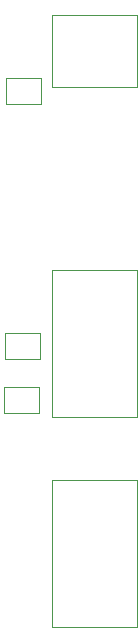
<source format=gbr>
G04 #@! TF.GenerationSoftware,KiCad,Pcbnew,7.0.11-7.0.11~ubuntu23.10.1*
G04 #@! TF.CreationDate,2024-06-17T23:23:06+02:00*
G04 #@! TF.ProjectId,Hardware_NanoPi_v7_ConnectorPlate,48617264-7761-4726-955f-4e616e6f5069,rev?*
G04 #@! TF.SameCoordinates,Original*
G04 #@! TF.FileFunction,Other,User*
%FSLAX46Y46*%
G04 Gerber Fmt 4.6, Leading zero omitted, Abs format (unit mm)*
G04 Created by KiCad (PCBNEW 7.0.11-7.0.11~ubuntu23.10.1) date 2024-06-17 23:23:06*
%MOMM*%
%LPD*%
G01*
G04 APERTURE LIST*
%ADD10C,0.050000*%
G04 APERTURE END LIST*
D10*
G04 #@! TO.C,U2*
X6850000Y27050000D02*
X6850000Y24850000D01*
X6850000Y27050000D02*
X9850000Y27050000D01*
X6850000Y24850000D02*
X9850000Y24850000D01*
X9850000Y24850000D02*
X9850000Y27050000D01*
G04 #@! TO.C,J10*
X10850000Y53910000D02*
X10850000Y47810000D01*
X10850000Y47810000D02*
X18000000Y47810000D01*
X18000000Y53910000D02*
X10850000Y53910000D01*
X18000000Y47810000D02*
X18000000Y53910000D01*
G04 #@! TO.C,U1*
X6750000Y22400000D02*
X6750000Y20200000D01*
X6750000Y22400000D02*
X9750000Y22400000D01*
X6750000Y20200000D02*
X9750000Y20200000D01*
X9750000Y20200000D02*
X9750000Y22400000D01*
G04 #@! TO.C,U3*
X6950000Y48562500D02*
X6950000Y46362500D01*
X6950000Y48562500D02*
X9950000Y48562500D01*
X6950000Y46362500D02*
X9950000Y46362500D01*
X9950000Y46362500D02*
X9950000Y48562500D01*
G04 #@! TO.C,J6*
X10850000Y32320000D02*
X10850000Y19870000D01*
X10850000Y19870000D02*
X18000000Y19870000D01*
X18000000Y32320000D02*
X10850000Y32320000D01*
X18000000Y19870000D02*
X18000000Y32320000D01*
G04 #@! TO.C,J8*
X10850000Y14540000D02*
X10850000Y2090000D01*
X10850000Y2090000D02*
X18000000Y2090000D01*
X18000000Y14540000D02*
X10850000Y14540000D01*
X18000000Y2090000D02*
X18000000Y14540000D01*
G04 #@! TD*
M02*

</source>
